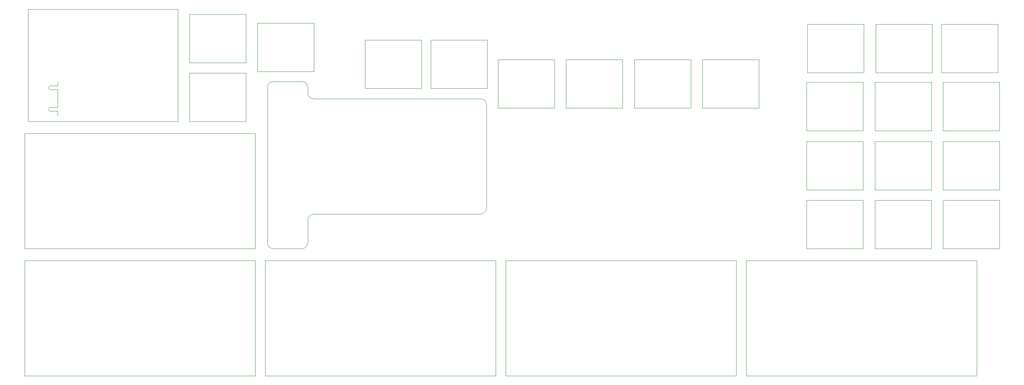
<source format=gm1>
%MOIN*%
%OFA0B0*%
%FSLAX46Y46*%
%IPPOS*%
%LPD*%
%ADD10C,0.0039370078740157488*%
%ADD21C,0.0039370078740157488*%
%ADD22C,0.0039370078740157488*%
%ADD23C,0.0039370078740157488*%
%ADD24C,0.0039370078740157488*%
%ADD25C,0.0039370078740157488*%
%ADD26C,0.0039370078740157488*%
%ADD27C,0.0039370078740157488*%
%ADD28C,0.0039370078740157488*%
%ADD29C,0.0039370078740157488*%
%ADD30C,0.0039370078740157488*%
%ADD31C,0.0039370078740157488*%
%ADD32C,0.0039370078740157488*%
%ADD33C,0.0039370078740157488*%
%ADD34C,0.0039370078740157488*%
%ADD35C,0.0039370078740157488*%
%ADD36C,0.0039370078740157488*%
%ADD37C,0.0039370078740157488*%
%ADD38C,0.0039370078740157488*%
%ADD39C,0.0039370078740157488*%
%ADD40C,0.0019685039370078744*%
%ADD41C,0.0019685039370078744*%
%ADD42C,0.0019685039370078744*%
%ADD43C,0.0019685039370078744*%
%ADD44C,0.0019685039370078744*%
%ADD45C,0.0039370078740157488*%
%ADD46C,0.0019685039370078744*%
%ADD47C,0.0039370078740157488*%
G01*
D10*
X0001439133Y0002624724D02*
X0001929133Y0002624724D01*
X0001439133Y0002204724D02*
X0001439133Y0002624724D01*
X0001929133Y0002204724D02*
X0001439133Y0002204724D01*
X0001929133Y0002624724D02*
X0001929133Y0002204724D01*
G04 next file*
G04 Gerber Fmt 4.6, Leading zero omitted, Abs format (unit mm)*
G04 Created by KiCad (PCBNEW (5.1.6)-1) date 2020-09-18 13:03:01*
G01*
G04 APERTURE LIST*
G04 APERTURE END LIST*
D21*
X0006793464Y0001522362D02*
X0007283464Y0001522362D01*
X0006793464Y0001102362D02*
X0006793464Y0001522362D01*
X0007283464Y0001102362D02*
X0006793464Y0001102362D01*
X0007283464Y0001522362D02*
X0007283464Y0001102362D01*
G04 next file*
G04 Gerber Fmt 4.6, Leading zero omitted, Abs format (unit mm)*
G04 Created by KiCad (PCBNEW (5.1.6)-1) date 2020-09-18 13:03:01*
G01*
G04 APERTURE LIST*
G04 APERTURE END LIST*
D22*
X0007384015Y0001522362D02*
X0007874015Y0001522362D01*
X0007384015Y0001102362D02*
X0007384015Y0001522362D01*
X0007874015Y0001102362D02*
X0007384015Y0001102362D01*
X0007874015Y0001522362D02*
X0007874015Y0001102362D01*
G04 next file*
G04 Gerber Fmt 4.6, Leading zero omitted, Abs format (unit mm)*
G04 Created by KiCad (PCBNEW (5.1.6)-1) date 2020-09-18 13:03:01*
G01*
G04 APERTURE LIST*
G04 APERTURE END LIST*
D23*
X0007974566Y0001522362D02*
X0008464566Y0001522362D01*
X0007974566Y0001102362D02*
X0007974566Y0001522362D01*
X0008464566Y0001102362D02*
X0007974566Y0001102362D01*
X0008464566Y0001522362D02*
X0008464566Y0001102362D01*
G04 next file*
G04 Gerber Fmt 4.6, Leading zero omitted, Abs format (unit mm)*
G04 Created by KiCad (PCBNEW (5.1.6)-1) date 2020-09-18 13:03:01*
G01*
G04 APERTURE LIST*
G04 APERTURE END LIST*
D24*
X0006793464Y0002034173D02*
X0007283464Y0002034173D01*
X0006793464Y0001614173D02*
X0006793464Y0002034173D01*
X0007283464Y0001614173D02*
X0006793464Y0001614173D01*
X0007283464Y0002034173D02*
X0007283464Y0001614173D01*
G04 next file*
G04 Gerber Fmt 4.6, Leading zero omitted, Abs format (unit mm)*
G04 Created by KiCad (PCBNEW (5.1.6)-1) date 2020-09-18 13:03:01*
G01*
G04 APERTURE LIST*
G04 APERTURE END LIST*
D25*
X0007384015Y0002034173D02*
X0007874015Y0002034173D01*
X0007384015Y0001614173D02*
X0007384015Y0002034173D01*
X0007874015Y0001614173D02*
X0007384015Y0001614173D01*
X0007874015Y0002034173D02*
X0007874015Y0001614173D01*
G04 next file*
G04 Gerber Fmt 4.6, Leading zero omitted, Abs format (unit mm)*
G04 Created by KiCad (PCBNEW (5.1.6)-1) date 2020-09-18 13:03:01*
G01*
G04 APERTURE LIST*
G04 APERTURE END LIST*
D26*
X0007974566Y0002034173D02*
X0008464566Y0002034173D01*
X0007974566Y0001614173D02*
X0007974566Y0002034173D01*
X0008464566Y0001614173D02*
X0007974566Y0001614173D01*
X0008464566Y0002034173D02*
X0008464566Y0001614173D01*
G04 next file*
G04 Gerber Fmt 4.6, Leading zero omitted, Abs format (unit mm)*
G04 Created by KiCad (PCBNEW (5.1.6)-1) date 2020-09-18 13:03:01*
G01*
G04 APERTURE LIST*
G04 APERTURE END LIST*
D27*
X0006793464Y0002545984D02*
X0007283464Y0002545984D01*
X0006793464Y0002125984D02*
X0006793464Y0002545984D01*
X0007283464Y0002125984D02*
X0006793464Y0002125984D01*
X0007283464Y0002545984D02*
X0007283464Y0002125984D01*
G04 next file*
G04 Gerber Fmt 4.6, Leading zero omitted, Abs format (unit mm)*
G04 Created by KiCad (PCBNEW (5.1.6)-1) date 2020-09-18 13:03:01*
G01*
G04 APERTURE LIST*
G04 APERTURE END LIST*
D28*
X0007384015Y0002545984D02*
X0007874015Y0002545984D01*
X0007384015Y0002125984D02*
X0007384015Y0002545984D01*
X0007874015Y0002125984D02*
X0007384015Y0002125984D01*
X0007874015Y0002545984D02*
X0007874015Y0002125984D01*
G04 next file*
G04 Gerber Fmt 4.6, Leading zero omitted, Abs format (unit mm)*
G04 Created by KiCad (PCBNEW (5.1.6)-1) date 2020-09-18 13:03:01*
G01*
G04 APERTURE LIST*
G04 APERTURE END LIST*
D29*
X0007974566Y0002545984D02*
X0008464566Y0002545984D01*
X0007974566Y0002125984D02*
X0007974566Y0002545984D01*
X0008464566Y0002125984D02*
X0007974566Y0002125984D01*
X0008464566Y0002545984D02*
X0008464566Y0002125984D01*
G04 next file*
G04 Gerber Fmt 4.6, Leading zero omitted, Abs format (unit mm)*
G04 Created by KiCad (PCBNEW (5.1.6)-1) date 2020-09-18 13:03:01*
G01*
G04 APERTURE LIST*
G04 APERTURE END LIST*
D30*
X0004116299Y0002742834D02*
X0004606299Y0002742834D01*
X0004116299Y0002322834D02*
X0004116299Y0002742834D01*
X0004606299Y0002322834D02*
X0004116299Y0002322834D01*
X0004606299Y0002742834D02*
X0004606299Y0002322834D01*
G04 next file*
G04 Gerber Fmt 4.6, Leading zero omitted, Abs format (unit mm)*
G04 Created by KiCad (PCBNEW (5.1.6)-1) date 2020-09-18 13:03:01*
G01*
G04 APERTURE LIST*
G04 APERTURE END LIST*
D31*
X0002029685Y0003057795D02*
X0002519685Y0003057795D01*
X0002029685Y0002637795D02*
X0002029685Y0003057795D01*
X0002519685Y0002637795D02*
X0002029685Y0002637795D01*
X0002519685Y0003057795D02*
X0002519685Y0002637795D01*
G04 next file*
G04 Gerber Fmt 4.6, Leading zero omitted, Abs format (unit mm)*
G04 Created by KiCad (PCBNEW (5.1.6)-1) date 2020-09-18 13:03:01*
G01*
G04 APERTURE LIST*
G04 APERTURE END LIST*
D32*
X0001439133Y0003136535D02*
X0001929133Y0003136535D01*
X0001439133Y0002716535D02*
X0001439133Y0003136535D01*
X0001929133Y0002716535D02*
X0001439133Y0002716535D01*
X0001929133Y0003136535D02*
X0001929133Y0002716535D01*
G04 next file*
G04 Gerber Fmt 4.6, Leading zero omitted, Abs format (unit mm)*
G04 Created by KiCad (PCBNEW (5.1.6)-1) date 2020-09-18 13:03:01*
G01*
G04 APERTURE LIST*
G04 APERTURE END LIST*
D33*
X0002961692Y0002912165D02*
X0003451692Y0002912165D01*
X0002961692Y0002492165D02*
X0002961692Y0002912165D01*
X0003451692Y0002492165D02*
X0002961692Y0002492165D01*
X0003451692Y0002912165D02*
X0003451692Y0002492165D01*
G04 next file*
G04 Gerber Fmt 4.6, Leading zero omitted, Abs format (unit mm)*
G04 Created by KiCad (PCBNEW (5.1.6)-1) date 2020-09-18 13:03:01*
G01*
G04 APERTURE LIST*
G04 APERTURE END LIST*
D34*
X0003532559Y0002912165D02*
X0004022559Y0002912165D01*
X0003532559Y0002492165D02*
X0003532559Y0002912165D01*
X0004022559Y0002492165D02*
X0003532559Y0002492165D01*
X0004022559Y0002912165D02*
X0004022559Y0002492165D01*
G04 next file*
G04 Gerber Fmt 4.6, Leading zero omitted, Abs format (unit mm)*
G04 Created by KiCad (PCBNEW (5.1.6)-1) date 2020-09-18 13:03:01*
G01*
G04 APERTURE LIST*
G04 APERTURE END LIST*
D35*
X0004706850Y0002742834D02*
X0005196850Y0002742834D01*
X0004706850Y0002322834D02*
X0004706850Y0002742834D01*
X0005196850Y0002322834D02*
X0004706850Y0002322834D01*
X0005196850Y0002742834D02*
X0005196850Y0002322834D01*
G04 next file*
G04 Gerber Fmt 4.6, Leading zero omitted, Abs format (unit mm)*
G04 Created by KiCad (PCBNEW (5.1.6)-1) date 2020-09-18 13:03:01*
G01*
G04 APERTURE LIST*
G04 APERTURE END LIST*
D36*
X0005297401Y0002742834D02*
X0005787401Y0002742834D01*
X0005297401Y0002322834D02*
X0005297401Y0002742834D01*
X0005787401Y0002322834D02*
X0005297401Y0002322834D01*
X0005787401Y0002742834D02*
X0005787401Y0002322834D01*
G04 next file*
G04 Gerber Fmt 4.6, Leading zero omitted, Abs format (unit mm)*
G04 Created by KiCad (PCBNEW (5.1.6)-1) date 2020-09-18 13:03:01*
G01*
G04 APERTURE LIST*
G04 APERTURE END LIST*
D37*
X0005887952Y0002742834D02*
X0006377952Y0002742834D01*
X0005887952Y0002322834D02*
X0005887952Y0002742834D01*
X0006377952Y0002322834D02*
X0005887952Y0002322834D01*
X0006377952Y0002742834D02*
X0006377952Y0002322834D01*
G04 next file*
G04 Gerber Fmt 4.6, Leading zero omitted, Abs format (unit mm)*
G04 Created by KiCad (PCBNEW (5.1.6)-1) date 2020-09-18 13:03:01*
G01*
G04 APERTURE LIST*
G04 APERTURE END LIST*
D38*
X0006800275Y0003049960D02*
X0007290275Y0003049960D01*
X0006800275Y0002629960D02*
X0006800275Y0003049960D01*
X0007290275Y0002629960D02*
X0006800275Y0002629960D01*
X0007290275Y0003049960D02*
X0007290275Y0002629960D01*
G04 next file*
G04 Gerber Fmt 4.6, Leading zero omitted, Abs format (unit mm)*
G04 Created by KiCad (PCBNEW (5.1.6)-1) date 2020-09-18 13:03:01*
G01*
G04 APERTURE LIST*
G04 APERTURE END LIST*
D39*
X0007390826Y0003049960D02*
X0007880826Y0003049960D01*
X0007390826Y0002629960D02*
X0007390826Y0003049960D01*
X0007880826Y0002629960D02*
X0007390826Y0002629960D01*
X0007880826Y0003049960D02*
X0007880826Y0002629960D01*
G04 next file*
G04 Gerber Fmt 4.6, Leading zero omitted, Abs format (unit mm)*
G04 Created by KiCad (PCBNEW (5.1.6)-1) date 2020-09-18 16:39:39*
G01*
G04 APERTURE LIST*
G04 APERTURE END LIST*
D40*
X0002007873Y0000000000D02*
X0000007873Y0000000000D01*
X0002007873Y0000999999D02*
X0002007873Y0000000000D01*
X0000007873Y0000999999D02*
X0002007873Y0000999999D01*
X0000007873Y0000000000D02*
X0000007873Y0000999999D01*
G04 next file*
G04 Gerber Fmt 4.6, Leading zero omitted, Abs format (unit mm)*
G04 Created by KiCad (PCBNEW (5.1.6)-1) date 2020-09-18 16:39:39*
G01*
G04 APERTURE LIST*
G04 APERTURE END LIST*
D41*
X0004094488Y0000000000D02*
X0002094488Y0000000000D01*
X0004094488Y0000999999D02*
X0004094488Y0000000000D01*
X0002094488Y0000999999D02*
X0004094488Y0000999999D01*
X0002094488Y0000000000D02*
X0002094488Y0000999999D01*
G04 next file*
G04 Gerber Fmt 4.6, Leading zero omitted, Abs format (unit mm)*
G04 Created by KiCad (PCBNEW (5.1.6)-1) date 2020-09-18 16:39:39*
G01*
G04 APERTURE LIST*
G04 APERTURE END LIST*
D42*
X0006181102Y0000000000D02*
X0004181102Y0000000000D01*
X0006181102Y0000999999D02*
X0006181102Y0000000000D01*
X0004181102Y0000999999D02*
X0006181102Y0000999999D01*
X0004181102Y0000000000D02*
X0004181102Y0000999999D01*
G04 next file*
G04 Gerber Fmt 4.6, Leading zero omitted, Abs format (unit mm)*
G04 Created by KiCad (PCBNEW (5.1.6)-1) date 2020-09-18 16:39:39*
G01*
G04 APERTURE LIST*
G04 APERTURE END LIST*
D43*
X0008267716Y0000000000D02*
X0006267716Y0000000000D01*
X0008267716Y0000999999D02*
X0008267716Y0000000000D01*
X0006267716Y0000999999D02*
X0008267716Y0000999999D01*
X0006267716Y0000000000D02*
X0006267716Y0000999999D01*
G04 next file*
G04 Gerber Fmt 4.6, Leading zero omitted, Abs format (unit mm)*
G04 Created by KiCad (PCBNEW (5.1.6)-1) date 2020-09-18 16:39:39*
G01*
G04 APERTURE LIST*
G04 APERTURE END LIST*
D44*
X0002007873Y0001102362D02*
X0000007873Y0001102362D01*
X0002007873Y0002102362D02*
X0002007873Y0001102362D01*
X0000007873Y0002102362D02*
X0002007873Y0002102362D01*
X0000007873Y0001102362D02*
X0000007873Y0002102362D01*
G04 next file*
G04 Gerber Fmt 4.6, Leading zero omitted, Abs format (unit mm)*
G04 Created by KiCad (PCBNEW (5.1.6)-1) date 2020-08-14 16:38:12*
G01*
G04 APERTURE LIST*
G04 APERTURE END LIST*
D45*
X0000038582Y0003179724D02*
X0001338582Y0003179724D01*
X0000038582Y0002204724D02*
X0000038582Y0003179724D01*
X0001338582Y0002204724D02*
X0000038582Y0002204724D01*
X0001338582Y0003179724D02*
X0001338582Y0002204724D01*
X0000233661Y0002327952D02*
G75*
G03*
X0000233661Y0002294488J-0000016732D01*
G01*
X0000233661Y0002514960D02*
G75*
G03*
X0000233661Y0002481496J-0000016732D01*
G01*
X0000295669Y0002514960D02*
X0000295669Y0002552362D01*
X0000233661Y0002514960D02*
X0000295669Y0002514960D01*
X0000233661Y0002481496D02*
X0000295669Y0002481496D01*
X0000295669Y0002327952D02*
X0000295669Y0002481496D01*
X0000233661Y0002327952D02*
X0000295669Y0002327952D01*
X0000233661Y0002294488D02*
X0000295669Y0002294488D01*
X0000295669Y0002257086D02*
X0000295669Y0002294488D01*
G04 next file*
G04 Gerber Fmt 4.6, Leading zero omitted, Abs format (unit mm)*
G04 Created by KiCad (PCBNEW (5.1.6)-1) date 2020-09-18 20:45:58*
G01*
G04 APERTURE LIST*
G04 APERTURE END LIST*
D46*
X0002465747Y0001152362D02*
G75*
G02*
X0002415747Y0001102362I-0000050000D01*
G01*
X0002465747Y0001352362D02*
G75*
G02*
X0002515747Y0001402362I0000050000D01*
G01*
X0004015747Y0001452362D02*
G75*
G02*
X0003965747Y0001402362I-0000050000D01*
G01*
X0003965747Y0002402362D02*
G75*
G02*
X0004015747Y0002352362J-0000050000D01*
G01*
X0002515747Y0002402362D02*
G75*
G02*
X0002465747Y0002452362J0000050000D01*
G01*
X0002415747Y0002552362D02*
G75*
G02*
X0002465747Y0002502362J-0000050000D01*
G01*
X0002415747Y0002552362D02*
X0002165747Y0002552362D01*
X0002465747Y0002452362D02*
X0002465747Y0002502362D01*
X0003965747Y0002402362D02*
X0002515747Y0002402362D01*
X0004015747Y0001452362D02*
X0004015747Y0002352362D01*
X0002515747Y0001402362D02*
X0003965747Y0001402362D01*
X0002465747Y0001152362D02*
X0002465747Y0001352362D01*
X0002165747Y0001102362D02*
X0002415747Y0001102362D01*
X0002165747Y0001102362D02*
G75*
G02*
X0002115747Y0001152362J0000050000D01*
G01*
X0002115747Y0002502362D02*
G75*
G02*
X0002165747Y0002552362I0000050000D01*
G01*
X0002115747Y0002502362D02*
X0002115747Y0001152362D01*
G04 next file*
G04 Gerber Fmt 4.6, Leading zero omitted, Abs format (unit mm)*
G04 Created by KiCad (PCBNEW (5.1.6)-1) date 2020-09-18 13:03:01*
G01*
G04 APERTURE LIST*
G04 APERTURE END LIST*
D47*
X0007961692Y0003049960D02*
X0008451692Y0003049960D01*
X0007961692Y0002629960D02*
X0007961692Y0003049960D01*
X0008451692Y0002629960D02*
X0007961692Y0002629960D01*
X0008451692Y0003049960D02*
X0008451692Y0002629960D01*
M02*
</source>
